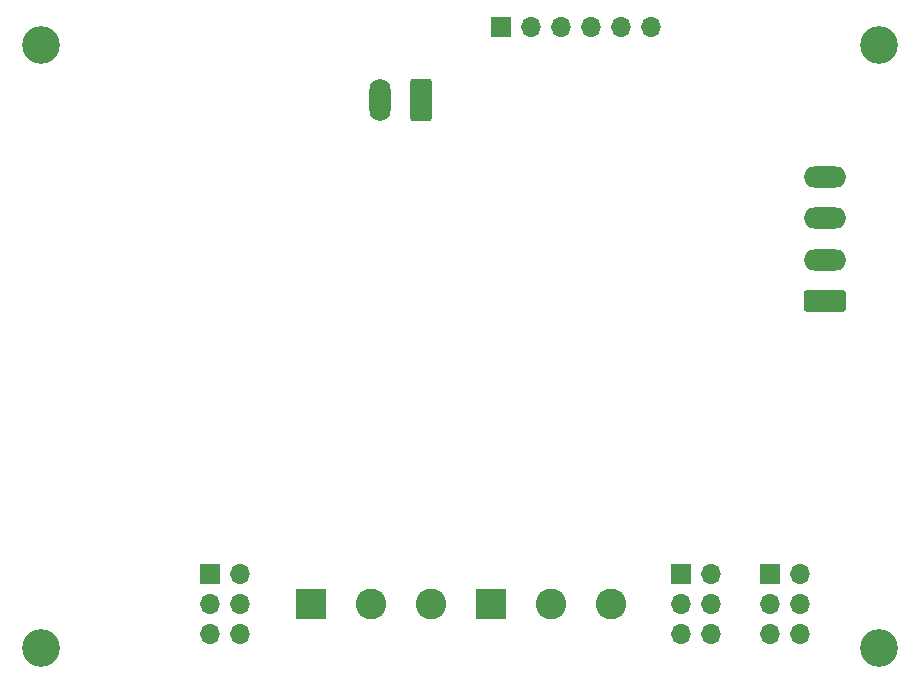
<source format=gbr>
%TF.GenerationSoftware,KiCad,Pcbnew,8.0.2*%
%TF.CreationDate,2024-10-12T15:06:23+02:00*%
%TF.ProjectId,OS-servoDriver_relay,4f532d73-6572-4766-9f44-72697665725f,rev?*%
%TF.SameCoordinates,Original*%
%TF.FileFunction,Soldermask,Bot*%
%TF.FilePolarity,Negative*%
%FSLAX46Y46*%
G04 Gerber Fmt 4.6, Leading zero omitted, Abs format (unit mm)*
G04 Created by KiCad (PCBNEW 8.0.2) date 2024-10-12 15:06:23*
%MOMM*%
%LPD*%
G01*
G04 APERTURE LIST*
G04 Aperture macros list*
%AMRoundRect*
0 Rectangle with rounded corners*
0 $1 Rounding radius*
0 $2 $3 $4 $5 $6 $7 $8 $9 X,Y pos of 4 corners*
0 Add a 4 corners polygon primitive as box body*
4,1,4,$2,$3,$4,$5,$6,$7,$8,$9,$2,$3,0*
0 Add four circle primitives for the rounded corners*
1,1,$1+$1,$2,$3*
1,1,$1+$1,$4,$5*
1,1,$1+$1,$6,$7*
1,1,$1+$1,$8,$9*
0 Add four rect primitives between the rounded corners*
20,1,$1+$1,$2,$3,$4,$5,0*
20,1,$1+$1,$4,$5,$6,$7,0*
20,1,$1+$1,$6,$7,$8,$9,0*
20,1,$1+$1,$8,$9,$2,$3,0*%
G04 Aperture macros list end*
%ADD10C,3.200000*%
%ADD11R,2.600000X2.600000*%
%ADD12C,2.600000*%
%ADD13R,1.700000X1.700000*%
%ADD14O,1.700000X1.700000*%
%ADD15RoundRect,0.250000X0.650000X1.550000X-0.650000X1.550000X-0.650000X-1.550000X0.650000X-1.550000X0*%
%ADD16O,1.800000X3.600000*%
%ADD17RoundRect,0.250000X1.550000X-0.650000X1.550000X0.650000X-1.550000X0.650000X-1.550000X-0.650000X0*%
%ADD18O,3.600000X1.800000*%
G04 APERTURE END LIST*
D10*
%TO.C,REF\u002A\u002A*%
X245500000Y-106000000D03*
%TD*%
D11*
%TO.C,J103*%
X197358000Y-153289000D03*
D12*
X202438000Y-153289000D03*
X207518000Y-153289000D03*
%TD*%
D13*
%TO.C,J901*%
X236220000Y-150749000D03*
D14*
X238760000Y-150749000D03*
X236220000Y-153289000D03*
X238760000Y-153289000D03*
X236220000Y-155829000D03*
X238760000Y-155829000D03*
%TD*%
D13*
%TO.C,J701*%
X188849000Y-150749000D03*
D14*
X191389000Y-150749000D03*
X188849000Y-153289000D03*
X191389000Y-153289000D03*
X188849000Y-155829000D03*
X191389000Y-155829000D03*
%TD*%
D10*
%TO.C,REF\u002A\u002A*%
X174500000Y-157000000D03*
%TD*%
D13*
%TO.C,J201*%
X213487000Y-104394000D03*
D14*
X216027000Y-104394000D03*
X218567000Y-104394000D03*
X221107000Y-104394000D03*
X223647000Y-104394000D03*
X226187000Y-104394000D03*
%TD*%
D15*
%TO.C,J102*%
X206700000Y-110628500D03*
D16*
X203200000Y-110628500D03*
%TD*%
D13*
%TO.C,J801*%
X228727000Y-150749000D03*
D14*
X231267000Y-150749000D03*
X228727000Y-153289000D03*
X231267000Y-153289000D03*
X228727000Y-155829000D03*
X231267000Y-155829000D03*
%TD*%
D17*
%TO.C,J101*%
X240919000Y-127623000D03*
D18*
X240919000Y-124123000D03*
X240919000Y-120623000D03*
X240919000Y-117123000D03*
%TD*%
D10*
%TO.C,REF\u002A\u002A*%
X245500000Y-157000000D03*
%TD*%
D11*
%TO.C,J104*%
X212598000Y-153289000D03*
D12*
X217678000Y-153289000D03*
X222758000Y-153289000D03*
%TD*%
D10*
%TO.C,REF\u002A\u002A*%
X174500000Y-106000000D03*
%TD*%
M02*

</source>
